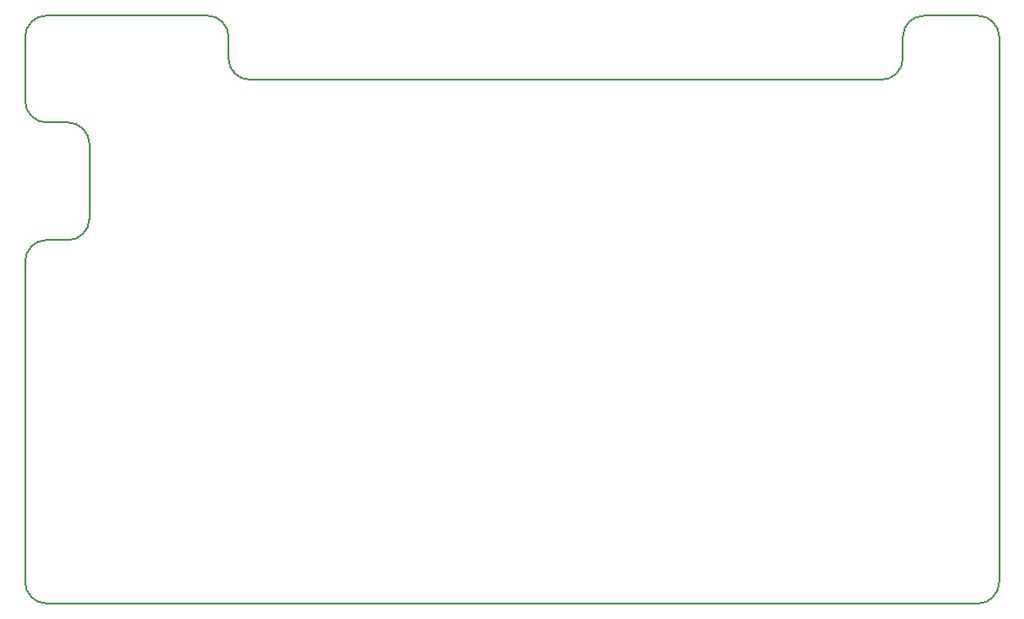
<source format=gm1>
G04 #@! TF.FileFunction,Profile,NP*
%FSLAX46Y46*%
G04 Gerber Fmt 4.6, Leading zero omitted, Abs format (unit mm)*
G04 Created by KiCad (PCBNEW 4.0.1-stable) date 2018/09/01 18:49:11*
%MOMM*%
G01*
G04 APERTURE LIST*
%ADD10C,0.100000*%
%ADD11C,0.150000*%
G04 APERTURE END LIST*
D10*
D11*
X51000000Y-69000000D02*
X51000000Y-63000000D01*
X55000000Y-71000000D02*
X53000000Y-71000000D01*
X57000000Y-80000000D02*
X57000000Y-73000000D01*
X51000000Y-69000000D02*
G75*
G03X53000000Y-71000000I2000000J0D01*
G01*
X57000000Y-73000000D02*
G75*
G03X55000000Y-71000000I-2000000J0D01*
G01*
X53000000Y-82000000D02*
X55000000Y-82000000D01*
X51000000Y-114000000D02*
X51000000Y-84000000D01*
X140000000Y-116000000D02*
X53000000Y-116000000D01*
X142000000Y-63000000D02*
X142000000Y-114000000D01*
X135000000Y-61000000D02*
X140000000Y-61000000D01*
X133000000Y-65000000D02*
X133000000Y-63000000D01*
X72000000Y-67000000D02*
X131000000Y-67000000D01*
X70000000Y-63000000D02*
X70000000Y-65000000D01*
X68000000Y-61000000D02*
X53000000Y-61000000D01*
X53000000Y-82000000D02*
G75*
G03X51000000Y-84000000I0J-2000000D01*
G01*
X55000000Y-82000000D02*
G75*
G03X57000000Y-80000000I0J2000000D01*
G01*
X51000000Y-114000000D02*
G75*
G03X53000000Y-116000000I2000000J0D01*
G01*
X140000000Y-116000000D02*
G75*
G03X142000000Y-114000000I0J2000000D01*
G01*
X142000000Y-63000000D02*
G75*
G03X140000000Y-61000000I-2000000J0D01*
G01*
X135000000Y-61000000D02*
G75*
G03X133000000Y-63000000I0J-2000000D01*
G01*
X70000000Y-65000000D02*
G75*
G03X72000000Y-67000000I2000000J0D01*
G01*
X131000000Y-67000000D02*
G75*
G03X133000000Y-65000000I0J2000000D01*
G01*
X70000000Y-63000000D02*
G75*
G03X68000000Y-61000000I-2000000J0D01*
G01*
X53000000Y-61000000D02*
G75*
G03X51000000Y-63000000I0J-2000000D01*
G01*
M02*

</source>
